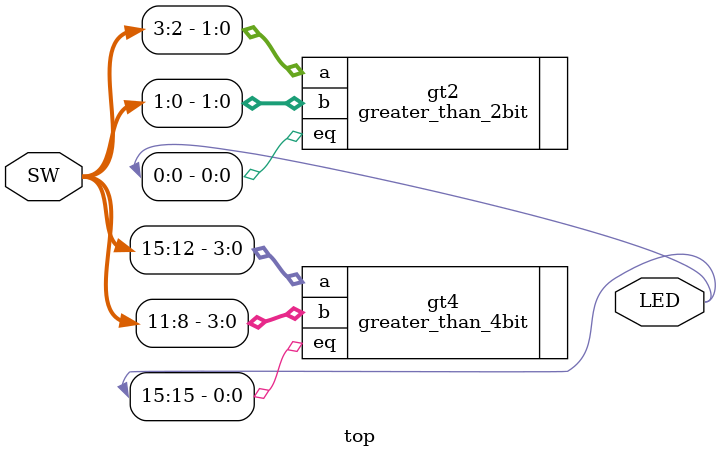
<source format=sv>
`timescale 1ns / 1ps

module top(
    input logic [15:0] SW,
    output logic [15:0] LED
    );

    greater_than_2bit gt2(.a(SW[3:2]), .b(SW[1:0]), .eq(LED[0]));
    greater_than_4bit gt4(.a(SW[15:12]), .b(SW[11:8]), .eq(LED[15]));

endmodule

</source>
